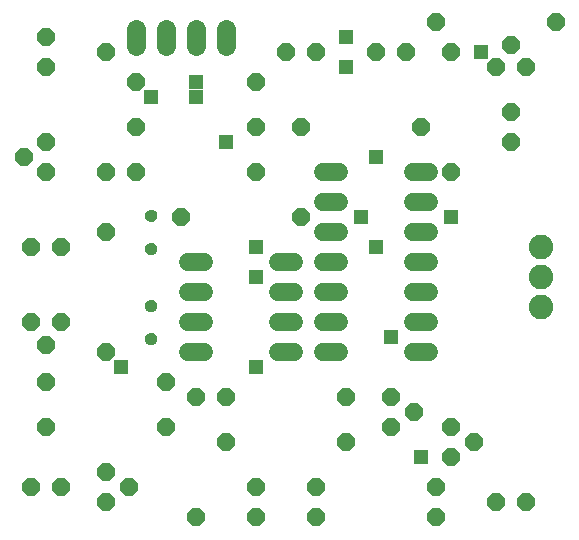
<source format=gts>
G75*
%MOIN*%
%OFA0B0*%
%FSLAX25Y25*%
%IPPOS*%
%LPD*%
%AMOC8*
5,1,8,0,0,1.08239X$1,22.5*
%
%ADD10OC8,0.06000*%
%ADD11C,0.06400*%
%ADD12C,0.06000*%
%ADD13C,0.08200*%
%ADD14C,0.00500*%
%ADD15R,0.04762X0.04762*%
D10*
X0035433Y0040433D03*
X0045433Y0040433D03*
X0060433Y0035433D03*
X0067933Y0040433D03*
X0060433Y0045433D03*
X0040433Y0060433D03*
X0040433Y0075433D03*
X0040433Y0087933D03*
X0035433Y0095433D03*
X0045433Y0095433D03*
X0060433Y0085433D03*
X0080433Y0075433D03*
X0090433Y0070433D03*
X0100433Y0070433D03*
X0100433Y0055433D03*
X0110433Y0040433D03*
X0110433Y0030433D03*
X0090433Y0030433D03*
X0080433Y0060433D03*
X0130433Y0040433D03*
X0130433Y0030433D03*
X0140433Y0055433D03*
X0155433Y0060433D03*
X0162933Y0065433D03*
X0155433Y0070433D03*
X0140433Y0070433D03*
X0170433Y0040433D03*
X0170433Y0030433D03*
X0190433Y0035433D03*
X0200433Y0035433D03*
X0182933Y0055433D03*
X0175433Y0050433D03*
X0175433Y0060433D03*
X0125433Y0130433D03*
X0110433Y0145433D03*
X0110433Y0160433D03*
X0125433Y0160433D03*
X0110433Y0175433D03*
X0120433Y0185433D03*
X0130433Y0185433D03*
X0150433Y0185433D03*
X0160433Y0185433D03*
X0170433Y0195433D03*
X0175433Y0185433D03*
X0190433Y0180433D03*
X0195433Y0187933D03*
X0200433Y0180433D03*
X0195433Y0165433D03*
X0195433Y0155433D03*
X0175433Y0145433D03*
X0165433Y0160433D03*
X0210433Y0195433D03*
X0085433Y0130433D03*
X0070433Y0145433D03*
X0060433Y0145433D03*
X0070433Y0160433D03*
X0070433Y0175433D03*
X0060433Y0185433D03*
X0040433Y0180433D03*
X0040433Y0190433D03*
X0040433Y0155433D03*
X0032933Y0150433D03*
X0040433Y0145433D03*
X0060433Y0125433D03*
X0045433Y0120433D03*
X0035433Y0120433D03*
D11*
X0070433Y0187633D02*
X0070433Y0193233D01*
X0080433Y0193233D02*
X0080433Y0187633D01*
X0090433Y0187633D02*
X0090433Y0193233D01*
X0100433Y0193233D02*
X0100433Y0187633D01*
D12*
X0132833Y0145433D02*
X0138033Y0145433D01*
X0138033Y0135433D02*
X0132833Y0135433D01*
X0132833Y0125433D02*
X0138033Y0125433D01*
X0138033Y0115433D02*
X0132833Y0115433D01*
X0123033Y0115433D02*
X0117833Y0115433D01*
X0117833Y0105433D02*
X0123033Y0105433D01*
X0132833Y0105433D02*
X0138033Y0105433D01*
X0138033Y0095433D02*
X0132833Y0095433D01*
X0123033Y0095433D02*
X0117833Y0095433D01*
X0117833Y0085433D02*
X0123033Y0085433D01*
X0132833Y0085433D02*
X0138033Y0085433D01*
X0162833Y0085433D02*
X0168033Y0085433D01*
X0168033Y0095433D02*
X0162833Y0095433D01*
X0162833Y0105433D02*
X0168033Y0105433D01*
X0168033Y0115433D02*
X0162833Y0115433D01*
X0162833Y0125433D02*
X0168033Y0125433D01*
X0168033Y0135433D02*
X0162833Y0135433D01*
X0162833Y0145433D02*
X0168033Y0145433D01*
X0093033Y0115433D02*
X0087833Y0115433D01*
X0087833Y0105433D02*
X0093033Y0105433D01*
X0093033Y0095433D02*
X0087833Y0095433D01*
X0087833Y0085433D02*
X0093033Y0085433D01*
D13*
X0205433Y0100433D03*
X0205433Y0110433D03*
X0205433Y0120433D03*
D14*
X0077213Y0119943D02*
X0077162Y0119550D01*
X0077024Y0119178D01*
X0076808Y0118846D01*
X0076523Y0118571D01*
X0076184Y0118366D01*
X0075808Y0118241D01*
X0075413Y0118203D01*
X0075030Y0118250D01*
X0074666Y0118380D01*
X0074341Y0118589D01*
X0074070Y0118864D01*
X0073867Y0119193D01*
X0073743Y0119559D01*
X0073703Y0119943D01*
X0073737Y0120325D01*
X0073855Y0120689D01*
X0074051Y0121018D01*
X0074315Y0121295D01*
X0074635Y0121506D01*
X0074993Y0121641D01*
X0075373Y0121693D01*
X0075773Y0121658D01*
X0076156Y0121535D01*
X0076502Y0121329D01*
X0076793Y0121052D01*
X0077016Y0120717D01*
X0077158Y0120341D01*
X0077213Y0119943D01*
X0077186Y0120135D02*
X0073720Y0120135D01*
X0073735Y0119637D02*
X0077173Y0119637D01*
X0076999Y0119138D02*
X0073901Y0119138D01*
X0074290Y0118640D02*
X0076595Y0118640D01*
X0077047Y0120634D02*
X0073837Y0120634D01*
X0074160Y0121132D02*
X0076709Y0121132D01*
X0075857Y0121631D02*
X0074966Y0121631D01*
X0075413Y0129223D02*
X0075030Y0129270D01*
X0074666Y0129401D01*
X0074341Y0129609D01*
X0074070Y0129884D01*
X0073867Y0130213D01*
X0073743Y0130579D01*
X0073703Y0130963D01*
X0073737Y0131345D01*
X0073855Y0131709D01*
X0074051Y0132038D01*
X0074315Y0132315D01*
X0074635Y0132527D01*
X0074993Y0132661D01*
X0075373Y0132713D01*
X0075773Y0132678D01*
X0076156Y0132555D01*
X0076502Y0132350D01*
X0076793Y0132072D01*
X0077016Y0131737D01*
X0077158Y0131361D01*
X0077213Y0130963D01*
X0077162Y0130570D01*
X0077024Y0130198D01*
X0076808Y0129866D01*
X0076523Y0129591D01*
X0076184Y0129386D01*
X0075808Y0129261D01*
X0075413Y0129223D01*
X0074343Y0129607D02*
X0076540Y0129607D01*
X0076964Y0130106D02*
X0073934Y0130106D01*
X0073740Y0130604D02*
X0077166Y0130604D01*
X0077193Y0131103D02*
X0073715Y0131103D01*
X0073820Y0131601D02*
X0077067Y0131601D01*
X0076764Y0132100D02*
X0074110Y0132100D01*
X0074826Y0132598D02*
X0076021Y0132598D01*
X0075453Y0102663D02*
X0075837Y0102617D01*
X0076200Y0102486D01*
X0076526Y0102278D01*
X0076796Y0102002D01*
X0076999Y0101673D01*
X0077124Y0101308D01*
X0077164Y0100923D01*
X0077130Y0100542D01*
X0077012Y0100177D01*
X0076815Y0099848D01*
X0076551Y0099571D01*
X0076231Y0099360D01*
X0075873Y0099225D01*
X0075493Y0099173D01*
X0075093Y0099208D01*
X0074710Y0099332D01*
X0074365Y0099537D01*
X0074073Y0099814D01*
X0073851Y0100149D01*
X0073709Y0100525D01*
X0073654Y0100923D01*
X0073705Y0101316D01*
X0073842Y0101688D01*
X0074058Y0102020D01*
X0074343Y0102296D01*
X0074682Y0102501D01*
X0075059Y0102625D01*
X0075453Y0102663D01*
X0076613Y0102189D02*
X0074233Y0102189D01*
X0073843Y0101691D02*
X0076989Y0101691D01*
X0077136Y0101192D02*
X0073689Y0101192D01*
X0073685Y0100694D02*
X0077143Y0100694D01*
X0077017Y0100195D02*
X0073834Y0100195D01*
X0074197Y0099697D02*
X0076670Y0099697D01*
X0075674Y0099198D02*
X0075212Y0099198D01*
X0075453Y0091643D02*
X0075837Y0091597D01*
X0076200Y0091466D01*
X0076526Y0091258D01*
X0076796Y0090982D01*
X0076999Y0090653D01*
X0077124Y0090288D01*
X0077164Y0089903D01*
X0077130Y0089522D01*
X0077012Y0089157D01*
X0076815Y0088828D01*
X0076551Y0088551D01*
X0076231Y0088340D01*
X0075873Y0088205D01*
X0075493Y0088153D01*
X0075093Y0088188D01*
X0074710Y0088312D01*
X0074365Y0088517D01*
X0074073Y0088794D01*
X0073851Y0089129D01*
X0073709Y0089505D01*
X0073654Y0089903D01*
X0073705Y0090296D01*
X0073842Y0090668D01*
X0074058Y0091000D01*
X0074343Y0091276D01*
X0074682Y0091481D01*
X0075059Y0091605D01*
X0075453Y0091643D01*
X0076561Y0091222D02*
X0074288Y0091222D01*
X0073878Y0090723D02*
X0076956Y0090723D01*
X0077130Y0090225D02*
X0073695Y0090225D01*
X0073678Y0089726D02*
X0077148Y0089726D01*
X0077034Y0089228D02*
X0073814Y0089228D01*
X0074141Y0088729D02*
X0076721Y0088729D01*
X0075941Y0088231D02*
X0074961Y0088231D01*
D15*
X0065433Y0080433D03*
X0110433Y0080433D03*
X0110433Y0110433D03*
X0110433Y0120433D03*
X0145433Y0130433D03*
X0150433Y0120433D03*
X0175433Y0130433D03*
X0150433Y0150433D03*
X0140433Y0180433D03*
X0140433Y0190433D03*
X0100433Y0155433D03*
X0090433Y0170433D03*
X0090433Y0175433D03*
X0075433Y0170433D03*
X0155433Y0090433D03*
X0165433Y0050433D03*
X0185433Y0185433D03*
M02*

</source>
